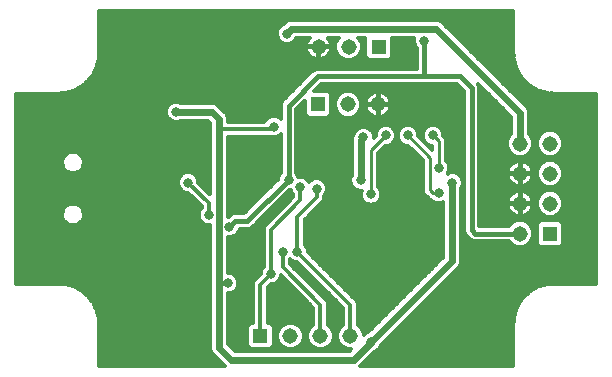
<source format=gbl>
G75*
G70*
%OFA0B0*%
%FSLAX24Y24*%
%IPPOS*%
%LPD*%
%AMOC8*
5,1,8,0,0,1.08239X$1,22.5*
%
%ADD10R,0.0515X0.0515*%
%ADD11C,0.0515*%
%ADD12C,0.0320*%
%ADD13C,0.0240*%
%ADD14C,0.0160*%
%ADD15C,0.0120*%
%ADD16C,0.0100*%
D10*
X011461Y004598D03*
X021115Y008019D03*
X013381Y012324D03*
X015399Y014243D03*
D11*
X014399Y014243D03*
X013399Y014243D03*
X014381Y012324D03*
X015381Y012324D03*
X020115Y011019D03*
X021115Y011019D03*
X021115Y010019D03*
X020115Y010019D03*
X020115Y009019D03*
X021115Y009019D03*
X020115Y008019D03*
X014461Y004598D03*
X013461Y004598D03*
X012461Y004598D03*
D12*
X010822Y006271D03*
X010379Y006369D03*
X011806Y006665D03*
X012200Y007403D03*
X012692Y007403D03*
X010773Y007993D03*
X010428Y008240D03*
X009739Y008633D03*
X009050Y009716D03*
X009247Y010208D03*
X010526Y010651D03*
X011461Y011045D03*
X011904Y011045D03*
X011904Y011586D03*
X011363Y011832D03*
X012889Y011488D03*
X013922Y011930D03*
X014893Y011228D03*
X015637Y011291D03*
X016030Y010995D03*
X016375Y011291D03*
X017211Y011291D03*
X017859Y011586D03*
X017851Y012713D03*
X019869Y013008D03*
X022436Y012472D03*
X019680Y015228D03*
X016924Y014440D03*
X012889Y013456D03*
X012347Y014686D03*
X008656Y012078D03*
X007377Y011291D03*
X007918Y010749D03*
X005408Y009175D03*
X005802Y008486D03*
X006442Y008486D03*
X007082Y008486D03*
X007377Y008929D03*
X008066Y006812D03*
X008017Y005533D03*
X008017Y004499D03*
X006294Y003810D03*
X003538Y006566D03*
X012397Y009814D03*
X012790Y009568D03*
X013332Y009519D03*
X014800Y009790D03*
X015145Y009322D03*
X016030Y009120D03*
X017408Y009371D03*
X017859Y009716D03*
X017408Y010203D03*
X022436Y006566D03*
X019680Y003810D03*
X015152Y004401D03*
X003538Y012472D03*
X006688Y014391D03*
X007721Y013702D03*
X007721Y015080D03*
X006294Y015228D03*
D13*
X008656Y012078D02*
X009837Y012078D01*
X010084Y011832D01*
X010084Y011684D01*
X010084Y006369D01*
X010084Y004204D01*
X010477Y003810D01*
X014562Y003810D01*
X015152Y004401D01*
X017859Y007108D01*
X017859Y009716D01*
X020115Y011019D02*
X020115Y012037D01*
X017318Y014834D01*
X012495Y014834D01*
X012347Y014686D01*
X014893Y011228D02*
X014800Y011135D01*
X014800Y009790D01*
D14*
X012397Y009814D02*
X011019Y008436D01*
X010625Y008436D01*
X010428Y008240D01*
X012397Y009814D02*
X012397Y012275D01*
X013381Y013259D01*
X016924Y013259D01*
X016924Y014440D01*
X016924Y013259D02*
X018105Y013259D01*
X018499Y012866D01*
X018499Y008141D01*
X018621Y008019D01*
X020115Y008019D01*
X010379Y006369D02*
X010084Y006369D01*
D15*
X006080Y004924D02*
X006080Y003597D01*
X010267Y003597D01*
X009829Y004034D01*
X009784Y004144D01*
X009784Y004264D01*
X009784Y006310D01*
X009784Y008293D01*
X009671Y008293D01*
X009546Y008345D01*
X009451Y008441D01*
X009399Y008566D01*
X009399Y008701D01*
X009451Y008826D01*
X009499Y008874D01*
X009499Y008927D01*
X009051Y009376D01*
X008982Y009376D01*
X008857Y009428D01*
X008762Y009523D01*
X008710Y009648D01*
X008710Y009784D01*
X008762Y009908D01*
X008857Y010004D01*
X008982Y010056D01*
X009118Y010056D01*
X009243Y010004D01*
X009338Y009908D01*
X009390Y009784D01*
X009390Y009715D01*
X009784Y009322D01*
X009784Y011625D01*
X009784Y011708D01*
X009713Y011778D01*
X008821Y011778D01*
X008724Y011738D01*
X008589Y011738D01*
X008464Y011790D01*
X008368Y011886D01*
X008316Y012010D01*
X008316Y012146D01*
X008368Y012271D01*
X008464Y012366D01*
X008589Y012418D01*
X008724Y012418D01*
X008821Y012378D01*
X009897Y012378D01*
X010007Y012332D01*
X010092Y012248D01*
X010338Y012002D01*
X010384Y011892D01*
X010384Y011772D01*
X010384Y011728D01*
X011595Y011728D01*
X011616Y011779D01*
X011712Y011874D01*
X011837Y011926D01*
X011972Y011926D01*
X012097Y011874D01*
X012137Y011835D01*
X012137Y012223D01*
X012137Y012327D01*
X012176Y012422D01*
X013160Y013406D01*
X013234Y013480D01*
X013329Y013519D01*
X016664Y013519D01*
X016664Y014219D01*
X016636Y014248D01*
X016584Y014373D01*
X016584Y014508D01*
X016595Y014534D01*
X015836Y014534D01*
X015836Y013911D01*
X015731Y013806D01*
X015066Y013806D01*
X014961Y013911D01*
X014961Y014534D01*
X014727Y014534D01*
X014769Y014491D01*
X014836Y014330D01*
X014836Y014156D01*
X014769Y013996D01*
X014646Y013873D01*
X014486Y013806D01*
X014311Y013806D01*
X014151Y013873D01*
X014028Y013996D01*
X013961Y014156D01*
X013961Y014330D01*
X014028Y014491D01*
X014070Y014534D01*
X013698Y014534D01*
X013717Y014515D01*
X013756Y014462D01*
X013785Y014404D01*
X013806Y014341D01*
X013816Y014276D01*
X013816Y014262D01*
X013417Y014262D01*
X013417Y014225D01*
X013816Y014225D01*
X013816Y014211D01*
X013806Y014146D01*
X013785Y014083D01*
X013756Y014025D01*
X013717Y013971D01*
X013670Y013925D01*
X013617Y013886D01*
X013559Y013857D01*
X013496Y013836D01*
X013431Y013826D01*
X013417Y013826D01*
X013417Y014224D01*
X013380Y014224D01*
X013380Y013826D01*
X013366Y013826D01*
X013301Y013836D01*
X013238Y013857D01*
X013180Y013886D01*
X013127Y013925D01*
X013080Y013971D01*
X013041Y014025D01*
X013012Y014083D01*
X012991Y014146D01*
X012981Y014211D01*
X012981Y014225D01*
X013379Y014225D01*
X013379Y014262D01*
X012981Y014262D01*
X012981Y014276D01*
X012991Y014341D01*
X013012Y014404D01*
X013041Y014462D01*
X013080Y014515D01*
X013099Y014534D01*
X012652Y014534D01*
X012636Y014494D01*
X012540Y014398D01*
X012415Y014346D01*
X012280Y014346D01*
X012155Y014398D01*
X012059Y014494D01*
X012007Y014619D01*
X012007Y014754D01*
X012059Y014879D01*
X012155Y014975D01*
X012251Y015015D01*
X012325Y015088D01*
X012435Y015134D01*
X012555Y015134D01*
X017377Y015134D01*
X017488Y015088D01*
X017572Y015004D01*
X020369Y012207D01*
X020415Y012096D01*
X020415Y011977D01*
X020415Y011338D01*
X020486Y011267D01*
X020552Y011106D01*
X020552Y010932D01*
X020486Y010771D01*
X020363Y010648D01*
X020202Y010582D01*
X020028Y010582D01*
X019867Y010648D01*
X019744Y010771D01*
X019678Y010932D01*
X019678Y011106D01*
X019744Y011267D01*
X019815Y011338D01*
X019815Y011912D01*
X018722Y013005D01*
X018759Y012917D01*
X018759Y012814D01*
X018759Y008279D01*
X019756Y008279D01*
X019867Y008390D01*
X020028Y008456D01*
X020202Y008456D01*
X020363Y008390D01*
X020486Y008267D01*
X020552Y008106D01*
X020552Y007932D01*
X020486Y007771D01*
X020363Y007648D01*
X020202Y007582D01*
X020028Y007582D01*
X019867Y007648D01*
X019756Y007759D01*
X018673Y007759D01*
X018569Y007759D01*
X018474Y007799D01*
X018352Y007921D01*
X018278Y007994D01*
X018239Y008089D01*
X018239Y012758D01*
X017997Y012999D01*
X016976Y012999D01*
X013488Y012999D01*
X013251Y012762D01*
X013713Y012762D01*
X013818Y012656D01*
X013818Y011992D01*
X013713Y011887D01*
X013049Y011887D01*
X012943Y011992D01*
X012943Y012454D01*
X012656Y012167D01*
X012656Y010035D01*
X012685Y010007D01*
X012726Y009908D01*
X012858Y009908D01*
X012983Y009856D01*
X013078Y009761D01*
X013083Y009751D01*
X013139Y009807D01*
X013264Y009859D01*
X013399Y009859D01*
X013524Y009807D01*
X013620Y009712D01*
X013672Y009587D01*
X013672Y009451D01*
X013620Y009326D01*
X013572Y009278D01*
X013572Y009271D01*
X013572Y009176D01*
X013535Y009088D01*
X012932Y008485D01*
X012932Y007644D01*
X012980Y007595D01*
X013032Y007471D01*
X013032Y007402D01*
X014665Y005769D01*
X014701Y005681D01*
X014701Y005585D01*
X014701Y004972D01*
X014709Y004969D01*
X014832Y004846D01*
X014899Y004685D01*
X014899Y004628D01*
X014960Y004689D01*
X015056Y004729D01*
X017559Y007232D01*
X017559Y009066D01*
X017476Y009031D01*
X017341Y009031D01*
X017216Y009083D01*
X017158Y009141D01*
X017116Y009141D01*
X017018Y009240D01*
X016883Y009375D01*
X016883Y010457D01*
X016390Y010951D01*
X016307Y010951D01*
X016182Y011002D01*
X016087Y011098D01*
X016035Y011223D01*
X016035Y011358D01*
X016087Y011483D01*
X016182Y011579D01*
X016307Y011631D01*
X016443Y011631D01*
X016567Y011579D01*
X016663Y011483D01*
X016715Y011358D01*
X016715Y011276D01*
X017178Y010812D01*
X017178Y010951D01*
X017144Y010951D01*
X017019Y011002D01*
X016923Y011098D01*
X016871Y011223D01*
X016871Y011358D01*
X016923Y011483D01*
X017019Y011579D01*
X017144Y011631D01*
X017279Y011631D01*
X017404Y011579D01*
X017500Y011483D01*
X017551Y011358D01*
X017551Y011276D01*
X017638Y011189D01*
X017638Y010999D01*
X017638Y010454D01*
X017697Y010396D01*
X017748Y010271D01*
X017748Y010136D01*
X017699Y010018D01*
X017791Y010056D01*
X017927Y010056D01*
X018052Y010004D01*
X018147Y009908D01*
X018199Y009784D01*
X018199Y009648D01*
X018159Y009552D01*
X018159Y007167D01*
X018159Y007048D01*
X018113Y006938D01*
X015481Y004305D01*
X015441Y004208D01*
X015345Y004113D01*
X015248Y004073D01*
X014816Y003640D01*
X014772Y003597D01*
X019894Y003597D01*
X019894Y004924D01*
X019889Y004930D01*
X019894Y004998D01*
X019894Y005066D01*
X019899Y005071D01*
X019902Y005113D01*
X019894Y005125D01*
X019907Y005185D01*
X019911Y005247D01*
X019923Y005256D01*
X019933Y005304D01*
X019927Y005317D01*
X019948Y005375D01*
X019961Y005435D01*
X019974Y005443D01*
X019991Y005489D01*
X019987Y005503D01*
X020016Y005557D01*
X020038Y005615D01*
X020051Y005621D01*
X020074Y005664D01*
X020072Y005678D01*
X020109Y005728D01*
X020139Y005782D01*
X020153Y005786D01*
X020182Y005825D01*
X020182Y005839D01*
X020226Y005883D01*
X020263Y005932D01*
X020277Y005935D01*
X020312Y005969D01*
X020314Y005983D01*
X020363Y006020D01*
X020407Y006064D01*
X020421Y006064D01*
X020460Y006093D01*
X020465Y006107D01*
X020519Y006137D01*
X020568Y006174D01*
X020583Y006172D01*
X020625Y006195D01*
X020631Y006208D01*
X020689Y006230D01*
X020743Y006260D01*
X020757Y006255D01*
X020803Y006272D01*
X020811Y006285D01*
X020871Y006298D01*
X020929Y006319D01*
X020942Y006313D01*
X020990Y006324D01*
X021000Y006335D01*
X021061Y006339D01*
X021121Y006352D01*
X021134Y006344D01*
X021175Y006347D01*
X021180Y006353D01*
X021249Y006353D01*
X021316Y006357D01*
X021322Y006353D01*
X022650Y006353D01*
X022650Y012686D01*
X021322Y012686D01*
X021316Y012681D01*
X021249Y012686D01*
X021180Y012686D01*
X021175Y012691D01*
X021134Y012694D01*
X021121Y012686D01*
X021061Y012699D01*
X021000Y012703D01*
X020990Y012714D01*
X020942Y012725D01*
X020929Y012719D01*
X020871Y012740D01*
X020811Y012753D01*
X020803Y012766D01*
X020757Y012783D01*
X020743Y012779D01*
X020689Y012808D01*
X020631Y012830D01*
X020625Y012843D01*
X020583Y012866D01*
X020568Y012864D01*
X020519Y012901D01*
X020465Y012931D01*
X020460Y012945D01*
X020421Y012974D01*
X020407Y012974D01*
X020363Y013018D01*
X020314Y013055D01*
X020312Y013069D01*
X020277Y013104D01*
X020263Y013106D01*
X020226Y013155D01*
X020182Y013199D01*
X020182Y013213D01*
X020153Y013252D01*
X020139Y013256D01*
X020109Y013311D01*
X020072Y013360D01*
X020074Y013374D01*
X019202Y013374D01*
X019320Y013256D02*
X020141Y013256D01*
X020074Y013374D02*
X020051Y013417D01*
X020038Y013423D01*
X020016Y013481D01*
X019987Y013535D01*
X019991Y013549D01*
X019974Y013595D01*
X019961Y013603D01*
X019948Y013663D01*
X019927Y013721D01*
X019933Y013734D01*
X019923Y013782D01*
X019911Y013791D01*
X019907Y013853D01*
X019894Y013913D01*
X019902Y013925D01*
X019899Y013967D01*
X019894Y013972D01*
X019894Y014040D01*
X019889Y014108D01*
X019894Y014114D01*
X019894Y015441D01*
X006080Y015441D01*
X006080Y014114D01*
X006085Y014108D01*
X006080Y014040D01*
X006080Y013972D01*
X006075Y013967D01*
X006072Y013925D01*
X006080Y013913D01*
X006067Y013853D01*
X006063Y013791D01*
X006052Y013782D01*
X006041Y013734D01*
X006047Y013721D01*
X006026Y013663D01*
X006013Y013603D01*
X006000Y013595D01*
X005983Y013549D01*
X005987Y013535D01*
X005958Y013481D01*
X005936Y013423D01*
X005923Y013417D01*
X005900Y013374D01*
X013128Y013374D01*
X013010Y013256D02*
X005833Y013256D01*
X005835Y013256D02*
X005865Y013310D01*
X005902Y013360D01*
X005900Y013374D01*
X005835Y013256D02*
X005821Y013252D01*
X005792Y013213D01*
X005792Y013199D01*
X005748Y013155D01*
X005711Y013106D01*
X005697Y013104D01*
X005662Y013069D01*
X005660Y013055D01*
X005611Y013018D01*
X005567Y012974D01*
X005553Y012974D01*
X005514Y012945D01*
X005510Y012931D01*
X005455Y012901D01*
X005406Y012864D01*
X005392Y012866D01*
X005349Y012843D01*
X005343Y012830D01*
X005285Y012808D01*
X005231Y012779D01*
X005217Y012783D01*
X005171Y012766D01*
X005163Y012753D01*
X005103Y012740D01*
X005045Y012719D01*
X005032Y012725D01*
X004984Y012714D01*
X004975Y012703D01*
X004913Y012699D01*
X004853Y012686D01*
X004841Y012694D01*
X004799Y012691D01*
X004794Y012686D01*
X004726Y012686D01*
X004658Y012681D01*
X004652Y012686D01*
X003325Y012686D01*
X003325Y006353D01*
X004652Y006353D01*
X004658Y006357D01*
X004726Y006353D01*
X004794Y006353D01*
X004799Y006347D01*
X004841Y006344D01*
X004853Y006352D01*
X004913Y006339D01*
X004975Y006335D01*
X004984Y006324D01*
X005032Y006313D01*
X005045Y006319D01*
X005103Y006298D01*
X005163Y006285D01*
X005171Y006272D01*
X005217Y006255D01*
X005231Y006260D01*
X005285Y006230D01*
X005343Y006208D01*
X005349Y006195D01*
X005392Y006172D01*
X005406Y006174D01*
X005455Y006137D01*
X005510Y006107D01*
X005514Y006093D01*
X005553Y006064D01*
X005567Y006064D01*
X005611Y006020D01*
X005660Y005983D01*
X005662Y005969D01*
X005697Y005935D01*
X005711Y005932D01*
X005748Y005883D01*
X005792Y005839D01*
X005792Y005825D01*
X005821Y005786D01*
X005835Y005782D01*
X005865Y005728D01*
X005902Y005678D01*
X005900Y005664D01*
X005923Y005621D01*
X005936Y005615D01*
X005958Y005557D01*
X005987Y005503D01*
X005983Y005489D01*
X006000Y005443D01*
X006013Y005435D01*
X006026Y005375D01*
X006047Y005317D01*
X006041Y005304D01*
X006052Y005256D01*
X006063Y005247D01*
X006067Y005185D01*
X006080Y005125D01*
X006072Y005113D01*
X006075Y005071D01*
X006080Y005066D01*
X006080Y004998D01*
X006085Y004930D01*
X006080Y004924D01*
X006083Y004958D02*
X009784Y004958D01*
X009784Y005076D02*
X006075Y005076D01*
X006066Y005195D02*
X009784Y005195D01*
X009784Y005313D02*
X006045Y005313D01*
X006013Y005432D02*
X009784Y005432D01*
X009784Y005550D02*
X005961Y005550D01*
X005900Y005669D02*
X009784Y005669D01*
X009784Y005788D02*
X005820Y005788D01*
X005731Y005906D02*
X009784Y005906D01*
X009784Y006025D02*
X005607Y006025D01*
X005447Y006143D02*
X009784Y006143D01*
X009784Y006262D02*
X005200Y006262D01*
X003325Y006380D02*
X009784Y006380D01*
X009784Y006499D02*
X003325Y006499D01*
X003325Y006617D02*
X009784Y006617D01*
X009784Y006736D02*
X003325Y006736D01*
X003325Y006854D02*
X009784Y006854D01*
X009784Y006973D02*
X003325Y006973D01*
X003325Y007092D02*
X009784Y007092D01*
X009784Y007210D02*
X003325Y007210D01*
X003325Y007329D02*
X009784Y007329D01*
X009784Y007447D02*
X003325Y007447D01*
X003325Y007566D02*
X009784Y007566D01*
X009784Y007684D02*
X003325Y007684D01*
X003325Y007803D02*
X009784Y007803D01*
X009784Y007921D02*
X003325Y007921D01*
X003325Y008040D02*
X009784Y008040D01*
X009784Y008158D02*
X003325Y008158D01*
X003325Y008277D02*
X009784Y008277D01*
X009496Y008396D02*
X005459Y008396D01*
X005414Y008350D02*
X005514Y008451D01*
X005569Y008582D01*
X005569Y008724D01*
X005514Y008855D01*
X005414Y008956D01*
X005283Y009010D01*
X005140Y009010D01*
X005009Y008956D01*
X004909Y008855D01*
X004854Y008724D01*
X004854Y008582D01*
X004909Y008451D01*
X005009Y008350D01*
X005140Y008296D01*
X005283Y008296D01*
X005414Y008350D01*
X005541Y008514D02*
X009420Y008514D01*
X009399Y008633D02*
X005569Y008633D01*
X005557Y008751D02*
X009420Y008751D01*
X009495Y008870D02*
X005500Y008870D01*
X005335Y008988D02*
X009438Y008988D01*
X009320Y009107D02*
X003325Y009107D01*
X003325Y009225D02*
X009201Y009225D01*
X009083Y009344D02*
X003325Y009344D01*
X003325Y009462D02*
X008823Y009462D01*
X008738Y009581D02*
X003325Y009581D01*
X003325Y009699D02*
X008710Y009699D01*
X008724Y009818D02*
X003325Y009818D01*
X003325Y009937D02*
X008790Y009937D01*
X008981Y010055D02*
X005348Y010055D01*
X005283Y010028D02*
X005414Y010082D01*
X005514Y010183D01*
X005569Y010314D01*
X005569Y010456D01*
X005514Y010587D01*
X005414Y010688D01*
X005283Y010742D01*
X005140Y010742D01*
X005009Y010688D01*
X004909Y010587D01*
X004854Y010456D01*
X004854Y010314D01*
X004909Y010183D01*
X005009Y010082D01*
X005140Y010028D01*
X005283Y010028D01*
X005075Y010055D02*
X003325Y010055D01*
X003325Y010174D02*
X004918Y010174D01*
X004863Y010292D02*
X003325Y010292D01*
X003325Y010411D02*
X004854Y010411D01*
X004885Y010529D02*
X003325Y010529D01*
X003325Y010648D02*
X004969Y010648D01*
X005454Y010648D02*
X009784Y010648D01*
X009784Y010766D02*
X003325Y010766D01*
X003325Y010885D02*
X009784Y010885D01*
X009784Y011003D02*
X003325Y011003D01*
X003325Y011122D02*
X009784Y011122D01*
X009784Y011241D02*
X003325Y011241D01*
X003325Y011359D02*
X009784Y011359D01*
X009784Y011478D02*
X003325Y011478D01*
X003325Y011596D02*
X009784Y011596D01*
X009777Y011715D02*
X003325Y011715D01*
X003325Y011833D02*
X008420Y011833D01*
X008341Y011952D02*
X003325Y011952D01*
X003325Y012070D02*
X008316Y012070D01*
X008334Y012189D02*
X003325Y012189D01*
X003325Y012307D02*
X008405Y012307D01*
X010032Y012307D02*
X012137Y012307D01*
X012137Y012189D02*
X010151Y012189D01*
X010269Y012070D02*
X012137Y012070D01*
X012137Y011952D02*
X010359Y011952D01*
X010384Y011833D02*
X011671Y011833D01*
X011904Y011586D02*
X011806Y011488D01*
X010084Y011488D01*
X010084Y011684D01*
X010384Y011248D02*
X011758Y011248D01*
X011833Y011248D01*
X011837Y011246D01*
X011972Y011246D01*
X012097Y011298D01*
X012137Y011337D01*
X012137Y010035D01*
X012108Y010007D01*
X012057Y009882D01*
X012057Y009842D01*
X010911Y008696D01*
X010573Y008696D01*
X010478Y008657D01*
X010404Y008584D01*
X010404Y008584D01*
X010400Y008579D01*
X010384Y008579D01*
X010384Y011248D01*
X010384Y011241D02*
X012137Y011241D01*
X012137Y011122D02*
X010384Y011122D01*
X010384Y011003D02*
X012137Y011003D01*
X012137Y010885D02*
X010384Y010885D01*
X010384Y010766D02*
X012137Y010766D01*
X012137Y010648D02*
X010384Y010648D01*
X010384Y010529D02*
X012137Y010529D01*
X012137Y010411D02*
X010384Y010411D01*
X010384Y010292D02*
X012137Y010292D01*
X012137Y010174D02*
X010384Y010174D01*
X010384Y010055D02*
X012137Y010055D01*
X012079Y009937D02*
X010384Y009937D01*
X010384Y009818D02*
X012033Y009818D01*
X011914Y009699D02*
X010384Y009699D01*
X010384Y009581D02*
X011796Y009581D01*
X011677Y009462D02*
X010384Y009462D01*
X010384Y009344D02*
X011558Y009344D01*
X011440Y009225D02*
X010384Y009225D01*
X010384Y009107D02*
X011321Y009107D01*
X011203Y008988D02*
X010384Y008988D01*
X010384Y008870D02*
X011084Y008870D01*
X010966Y008751D02*
X010384Y008751D01*
X010384Y008633D02*
X010453Y008633D01*
X010768Y008176D02*
X010967Y008176D01*
X011070Y008176D01*
X011166Y008216D01*
X012424Y009474D01*
X012461Y009474D01*
X012502Y009376D01*
X012550Y009327D01*
X012550Y009225D01*
X011603Y008277D01*
X011227Y008277D01*
X011345Y008396D02*
X011721Y008396D01*
X011840Y008514D02*
X011464Y008514D01*
X011582Y008633D02*
X011958Y008633D01*
X012077Y008751D02*
X011701Y008751D01*
X011820Y008870D02*
X012195Y008870D01*
X012314Y008988D02*
X011938Y008988D01*
X012057Y009107D02*
X012432Y009107D01*
X012550Y009225D02*
X012175Y009225D01*
X012294Y009344D02*
X012534Y009344D01*
X012466Y009462D02*
X012412Y009462D01*
X012790Y009568D02*
X012790Y009125D01*
X011806Y008141D01*
X011806Y006665D01*
X011461Y006320D01*
X011461Y004598D01*
X011024Y004602D02*
X010384Y004602D01*
X010384Y004484D02*
X011024Y004484D01*
X011024Y004365D02*
X010384Y004365D01*
X010384Y004328D02*
X010384Y006029D01*
X010446Y006029D01*
X010571Y006081D01*
X010667Y006177D01*
X010719Y006302D01*
X010719Y006437D01*
X010667Y006562D01*
X010571Y006658D01*
X010446Y006709D01*
X010384Y006709D01*
X010384Y007900D01*
X010496Y007900D01*
X010621Y007951D01*
X010716Y008047D01*
X010768Y008172D01*
X010768Y008176D01*
X010762Y008158D02*
X011566Y008158D01*
X011566Y008189D02*
X011566Y008093D01*
X011566Y006906D01*
X011518Y006857D01*
X011466Y006732D01*
X011466Y006664D01*
X011258Y006456D01*
X011221Y006368D01*
X011221Y006272D01*
X011221Y005035D01*
X011129Y005035D01*
X011024Y004930D01*
X011024Y004266D01*
X011129Y004160D01*
X011794Y004160D01*
X011899Y004266D01*
X011899Y004930D01*
X011794Y005035D01*
X011701Y005035D01*
X011701Y006221D01*
X011805Y006325D01*
X011874Y006325D01*
X011999Y006376D01*
X012094Y006472D01*
X012146Y006597D01*
X012146Y006625D01*
X013221Y005550D01*
X011701Y005550D01*
X011701Y005432D02*
X013221Y005432D01*
X013221Y005550D02*
X013221Y004972D01*
X013214Y004969D01*
X013091Y004846D01*
X013024Y004685D01*
X013024Y004511D01*
X013091Y004350D01*
X013214Y004227D01*
X013374Y004160D01*
X013549Y004160D01*
X013709Y004227D01*
X013832Y004350D01*
X013899Y004511D01*
X013899Y004685D01*
X013832Y004846D01*
X013709Y004969D01*
X013701Y004972D01*
X013701Y005601D01*
X013701Y005697D01*
X013665Y005785D01*
X012440Y007010D01*
X012440Y007162D01*
X012446Y007168D01*
X012499Y007115D01*
X012624Y007063D01*
X012692Y007063D01*
X014221Y005534D01*
X014221Y004972D01*
X014214Y004969D01*
X014091Y004846D01*
X014024Y004685D01*
X014024Y004511D01*
X014091Y004350D01*
X014214Y004227D01*
X014374Y004160D01*
X014488Y004160D01*
X014438Y004110D01*
X010601Y004110D01*
X010384Y004328D01*
X010465Y004246D02*
X011043Y004246D01*
X010584Y004128D02*
X014455Y004128D01*
X014194Y004246D02*
X013729Y004246D01*
X013839Y004365D02*
X014084Y004365D01*
X014035Y004484D02*
X013888Y004484D01*
X013899Y004602D02*
X014024Y004602D01*
X014039Y004721D02*
X013884Y004721D01*
X013835Y004839D02*
X014088Y004839D01*
X014203Y004958D02*
X013720Y004958D01*
X013701Y005076D02*
X014221Y005076D01*
X014221Y005195D02*
X013701Y005195D01*
X013701Y005313D02*
X014221Y005313D01*
X014221Y005432D02*
X013701Y005432D01*
X013701Y005550D02*
X014205Y005550D01*
X014086Y005669D02*
X013701Y005669D01*
X013662Y005788D02*
X013968Y005788D01*
X013849Y005906D02*
X013544Y005906D01*
X013425Y006025D02*
X013731Y006025D01*
X013612Y006143D02*
X013307Y006143D01*
X013188Y006262D02*
X013494Y006262D01*
X013375Y006380D02*
X013070Y006380D01*
X012951Y006499D02*
X013256Y006499D01*
X013138Y006617D02*
X012832Y006617D01*
X012714Y006736D02*
X013019Y006736D01*
X012901Y006854D02*
X012595Y006854D01*
X012477Y006973D02*
X012782Y006973D01*
X012555Y007092D02*
X012440Y007092D01*
X012200Y006911D02*
X013461Y005649D01*
X013461Y004598D01*
X013024Y004602D02*
X012899Y004602D01*
X012899Y004685D02*
X012832Y004846D01*
X012709Y004969D01*
X012549Y005035D01*
X012374Y005035D01*
X012214Y004969D01*
X012091Y004846D01*
X012024Y004685D01*
X012024Y004511D01*
X012091Y004350D01*
X012214Y004227D01*
X012374Y004160D01*
X012549Y004160D01*
X012709Y004227D01*
X012832Y004350D01*
X012899Y004511D01*
X012899Y004685D01*
X012884Y004721D02*
X013039Y004721D01*
X013088Y004839D02*
X012835Y004839D01*
X012720Y004958D02*
X013203Y004958D01*
X013221Y005076D02*
X011701Y005076D01*
X011701Y005195D02*
X013221Y005195D01*
X013221Y005313D02*
X011701Y005313D01*
X011221Y005313D02*
X010384Y005313D01*
X010384Y005195D02*
X011221Y005195D01*
X011221Y005076D02*
X010384Y005076D01*
X010384Y004958D02*
X011052Y004958D01*
X011024Y004839D02*
X010384Y004839D01*
X010384Y004721D02*
X011024Y004721D01*
X011899Y004721D02*
X012039Y004721D01*
X012024Y004602D02*
X011899Y004602D01*
X011899Y004484D02*
X012035Y004484D01*
X012084Y004365D02*
X011899Y004365D01*
X011880Y004246D02*
X012194Y004246D01*
X012729Y004246D02*
X013194Y004246D01*
X013084Y004365D02*
X012839Y004365D01*
X012888Y004484D02*
X013035Y004484D01*
X012203Y004958D02*
X011871Y004958D01*
X011899Y004839D02*
X012088Y004839D01*
X011221Y005432D02*
X010384Y005432D01*
X010384Y005550D02*
X011221Y005550D01*
X011221Y005669D02*
X010384Y005669D01*
X010384Y005788D02*
X011221Y005788D01*
X011221Y005906D02*
X010384Y005906D01*
X010384Y006025D02*
X011221Y006025D01*
X011221Y006143D02*
X010633Y006143D01*
X010702Y006262D02*
X011221Y006262D01*
X011227Y006380D02*
X010719Y006380D01*
X010693Y006499D02*
X011301Y006499D01*
X011419Y006617D02*
X010612Y006617D01*
X010384Y006736D02*
X011467Y006736D01*
X011517Y006854D02*
X010384Y006854D01*
X010384Y006973D02*
X011566Y006973D01*
X011566Y007092D02*
X010384Y007092D01*
X010384Y007210D02*
X011566Y007210D01*
X011566Y007329D02*
X010384Y007329D01*
X010384Y007447D02*
X011566Y007447D01*
X011566Y007566D02*
X010384Y007566D01*
X010384Y007684D02*
X011566Y007684D01*
X011566Y007803D02*
X010384Y007803D01*
X010548Y007921D02*
X011566Y007921D01*
X011566Y008040D02*
X010709Y008040D01*
X011566Y008189D02*
X011603Y008277D01*
X012200Y007403D02*
X012200Y006911D01*
X012154Y006617D02*
X012146Y006617D01*
X012105Y006499D02*
X012272Y006499D01*
X012391Y006380D02*
X012002Y006380D01*
X011742Y006262D02*
X012509Y006262D01*
X012628Y006143D02*
X011701Y006143D01*
X011701Y006025D02*
X012746Y006025D01*
X012865Y005906D02*
X011701Y005906D01*
X011701Y005788D02*
X012983Y005788D01*
X013102Y005669D02*
X011701Y005669D01*
X009784Y004839D02*
X006080Y004839D01*
X006080Y004721D02*
X009784Y004721D01*
X009784Y004602D02*
X006080Y004602D01*
X006080Y004484D02*
X009784Y004484D01*
X009784Y004365D02*
X006080Y004365D01*
X006080Y004246D02*
X009784Y004246D01*
X009790Y004128D02*
X006080Y004128D01*
X006080Y004009D02*
X009854Y004009D01*
X009972Y003891D02*
X006080Y003891D01*
X006080Y003772D02*
X010091Y003772D01*
X010210Y003654D02*
X006080Y003654D01*
X012692Y007403D02*
X012692Y008584D01*
X013332Y009224D01*
X013332Y009519D01*
X013627Y009344D02*
X014805Y009344D01*
X014805Y009390D02*
X014805Y009255D01*
X014856Y009130D01*
X014952Y009034D01*
X015077Y008982D01*
X015212Y008982D01*
X015337Y009034D01*
X015433Y009130D01*
X015485Y009255D01*
X015485Y009390D01*
X015433Y009515D01*
X015375Y009573D01*
X015375Y010703D01*
X015622Y010951D01*
X015704Y010951D01*
X015829Y011002D01*
X015925Y011098D01*
X015977Y011223D01*
X015977Y011358D01*
X015925Y011483D01*
X015829Y011579D01*
X015704Y011631D01*
X015569Y011631D01*
X015444Y011579D01*
X015348Y011483D01*
X015297Y011358D01*
X015297Y011276D01*
X015233Y011212D01*
X015233Y011296D01*
X015181Y011421D01*
X015086Y011516D01*
X014961Y011568D01*
X014825Y011568D01*
X014700Y011516D01*
X014605Y011421D01*
X014565Y011324D01*
X014546Y011305D01*
X014546Y011305D01*
X014546Y011305D01*
X014537Y011285D01*
X014500Y011195D01*
X014500Y011195D01*
X014500Y011075D01*
X014500Y009954D01*
X014460Y009857D01*
X014460Y009722D01*
X014512Y009597D01*
X014607Y009501D01*
X014732Y009450D01*
X014829Y009450D01*
X014805Y009390D01*
X014702Y009462D02*
X013672Y009462D01*
X013672Y009581D02*
X014528Y009581D01*
X014469Y009699D02*
X013625Y009699D01*
X013498Y009818D02*
X014460Y009818D01*
X014493Y009937D02*
X012714Y009937D01*
X012656Y010055D02*
X014500Y010055D01*
X014500Y010174D02*
X012656Y010174D01*
X012656Y010292D02*
X014500Y010292D01*
X014500Y010411D02*
X012656Y010411D01*
X012656Y010529D02*
X014500Y010529D01*
X014500Y010648D02*
X012656Y010648D01*
X012656Y010766D02*
X014500Y010766D01*
X014500Y010885D02*
X012656Y010885D01*
X012656Y011003D02*
X014500Y011003D01*
X014500Y011122D02*
X012656Y011122D01*
X012656Y011241D02*
X014519Y011241D01*
X014579Y011359D02*
X012656Y011359D01*
X012656Y011478D02*
X014662Y011478D01*
X014468Y011887D02*
X014294Y011887D01*
X014133Y011953D01*
X014010Y012076D01*
X013943Y012237D01*
X013943Y012411D01*
X014010Y012572D01*
X014133Y012695D01*
X014294Y012762D01*
X014468Y012762D01*
X014629Y012695D01*
X014752Y012572D01*
X014818Y012411D01*
X014818Y012237D01*
X014752Y012076D01*
X014629Y011953D01*
X014468Y011887D01*
X014625Y011952D02*
X015192Y011952D01*
X015221Y011937D02*
X015283Y011917D01*
X015348Y011907D01*
X015362Y011907D01*
X015362Y012305D01*
X015400Y012305D01*
X015400Y012343D01*
X015798Y012343D01*
X015798Y012357D01*
X015788Y012422D01*
X015768Y012484D01*
X015738Y012543D01*
X015699Y012596D01*
X015653Y012643D01*
X015600Y012681D01*
X015541Y012711D01*
X015479Y012731D01*
X015414Y012742D01*
X015400Y012742D01*
X015400Y012343D01*
X015362Y012343D01*
X015362Y012742D01*
X015348Y012742D01*
X015283Y012731D01*
X015221Y012711D01*
X015162Y012681D01*
X015109Y012643D01*
X015062Y012596D01*
X015024Y012543D01*
X014994Y012484D01*
X014974Y012422D01*
X014963Y012357D01*
X014963Y012343D01*
X015362Y012343D01*
X015362Y012305D01*
X014963Y012305D01*
X014963Y012291D01*
X014974Y012226D01*
X014994Y012164D01*
X015024Y012105D01*
X015062Y012052D01*
X015109Y012006D01*
X015162Y011967D01*
X015221Y011937D01*
X015362Y011952D02*
X015400Y011952D01*
X015400Y011907D02*
X015414Y011907D01*
X015479Y011917D01*
X015541Y011937D01*
X015600Y011967D01*
X015653Y012006D01*
X015699Y012052D01*
X015738Y012105D01*
X015768Y012164D01*
X015788Y012226D01*
X015798Y012291D01*
X015798Y012305D01*
X015400Y012305D01*
X015400Y011907D01*
X015400Y012070D02*
X015362Y012070D01*
X015362Y012189D02*
X015400Y012189D01*
X015400Y012307D02*
X018239Y012307D01*
X018239Y012189D02*
X015776Y012189D01*
X015712Y012070D02*
X018239Y012070D01*
X018239Y011952D02*
X015569Y011952D01*
X015049Y012070D02*
X014746Y012070D01*
X014798Y012189D02*
X014986Y012189D01*
X014818Y012307D02*
X015362Y012307D01*
X015362Y012426D02*
X015400Y012426D01*
X015400Y012545D02*
X015362Y012545D01*
X015362Y012663D02*
X015400Y012663D01*
X015625Y012663D02*
X018239Y012663D01*
X018239Y012545D02*
X015737Y012545D01*
X015787Y012426D02*
X018239Y012426D01*
X018215Y012782D02*
X013271Y012782D01*
X013389Y012900D02*
X018097Y012900D01*
X018759Y012900D02*
X018827Y012900D01*
X018759Y012782D02*
X018946Y012782D01*
X019064Y012663D02*
X018759Y012663D01*
X018759Y012545D02*
X019183Y012545D01*
X019302Y012426D02*
X018759Y012426D01*
X018759Y012307D02*
X019420Y012307D01*
X019539Y012189D02*
X018759Y012189D01*
X018759Y012070D02*
X019657Y012070D01*
X019776Y011952D02*
X018759Y011952D01*
X018759Y011833D02*
X019815Y011833D01*
X019815Y011715D02*
X018759Y011715D01*
X018759Y011596D02*
X019815Y011596D01*
X019815Y011478D02*
X018759Y011478D01*
X018759Y011359D02*
X019815Y011359D01*
X019733Y011241D02*
X018759Y011241D01*
X018759Y011122D02*
X019684Y011122D01*
X019678Y011003D02*
X018759Y011003D01*
X018759Y010885D02*
X019697Y010885D01*
X019749Y010766D02*
X018759Y010766D01*
X018759Y010648D02*
X019868Y010648D01*
X019955Y010406D02*
X019896Y010376D01*
X019843Y010337D01*
X019797Y010291D01*
X019758Y010238D01*
X019728Y010179D01*
X019708Y010117D01*
X019698Y010052D01*
X019698Y010038D01*
X020096Y010038D01*
X020096Y010000D01*
X019698Y010000D01*
X019698Y009986D01*
X019708Y009921D01*
X019728Y009859D01*
X019758Y009800D01*
X019797Y009747D01*
X019843Y009701D01*
X019896Y009662D01*
X019955Y009632D01*
X020017Y009612D01*
X020082Y009602D01*
X020096Y009602D01*
X020096Y010000D01*
X020134Y010000D01*
X020134Y010038D01*
X020532Y010038D01*
X020532Y010052D01*
X020522Y010117D01*
X020502Y010179D01*
X020472Y010238D01*
X020433Y010291D01*
X020387Y010337D01*
X020334Y010376D01*
X020275Y010406D01*
X020213Y010426D01*
X020148Y010436D01*
X020134Y010436D01*
X020134Y010038D01*
X020096Y010038D01*
X020096Y010436D01*
X020082Y010436D01*
X020017Y010426D01*
X019955Y010406D01*
X019970Y010411D02*
X018759Y010411D01*
X018759Y010529D02*
X022650Y010529D01*
X022650Y010411D02*
X021312Y010411D01*
X021363Y010390D02*
X021202Y010456D01*
X021028Y010456D01*
X020867Y010390D01*
X020744Y010267D01*
X020678Y010106D01*
X020678Y009932D01*
X020744Y009771D01*
X020867Y009648D01*
X021028Y009582D01*
X021202Y009582D01*
X021363Y009648D01*
X021486Y009771D01*
X021552Y009932D01*
X021552Y010106D01*
X021486Y010267D01*
X021363Y010390D01*
X021461Y010292D02*
X022650Y010292D01*
X022650Y010174D02*
X021524Y010174D01*
X021552Y010055D02*
X022650Y010055D01*
X022650Y009937D02*
X021552Y009937D01*
X021505Y009818D02*
X022650Y009818D01*
X022650Y009699D02*
X021414Y009699D01*
X021363Y009390D02*
X021202Y009456D01*
X021028Y009456D01*
X020867Y009390D01*
X020744Y009267D01*
X020678Y009106D01*
X020678Y008932D01*
X020744Y008771D01*
X020867Y008648D01*
X021028Y008582D01*
X021202Y008582D01*
X021363Y008648D01*
X021486Y008771D01*
X021552Y008932D01*
X021552Y009106D01*
X021486Y009267D01*
X021363Y009390D01*
X021409Y009344D02*
X022650Y009344D01*
X022650Y009462D02*
X018759Y009462D01*
X018759Y009344D02*
X019852Y009344D01*
X019843Y009337D02*
X019797Y009291D01*
X019758Y009238D01*
X019728Y009179D01*
X019708Y009117D01*
X019698Y009052D01*
X019698Y009038D01*
X020096Y009038D01*
X020096Y009000D01*
X019698Y009000D01*
X019698Y008986D01*
X019708Y008921D01*
X019728Y008859D01*
X019758Y008800D01*
X019797Y008747D01*
X019843Y008701D01*
X019896Y008662D01*
X019955Y008632D01*
X020017Y008612D01*
X020082Y008602D01*
X020096Y008602D01*
X020096Y009000D01*
X020134Y009000D01*
X020134Y009038D01*
X020532Y009038D01*
X020532Y009052D01*
X020522Y009117D01*
X020502Y009179D01*
X020472Y009238D01*
X020433Y009291D01*
X020387Y009337D01*
X020334Y009376D01*
X020275Y009406D01*
X020213Y009426D01*
X020148Y009436D01*
X020134Y009436D01*
X020134Y009038D01*
X020096Y009038D01*
X020096Y009436D01*
X020082Y009436D01*
X020017Y009426D01*
X019955Y009406D01*
X019896Y009376D01*
X019843Y009337D01*
X019752Y009225D02*
X018759Y009225D01*
X018759Y009107D02*
X019706Y009107D01*
X019698Y008988D02*
X018759Y008988D01*
X018759Y008870D02*
X019725Y008870D01*
X019794Y008751D02*
X018759Y008751D01*
X018759Y008633D02*
X019954Y008633D01*
X020096Y008633D02*
X020134Y008633D01*
X020134Y008602D02*
X020148Y008602D01*
X020213Y008612D01*
X020275Y008632D01*
X020334Y008662D01*
X020387Y008701D01*
X020433Y008747D01*
X020472Y008800D01*
X020502Y008859D01*
X020522Y008921D01*
X020532Y008986D01*
X020532Y009000D01*
X020134Y009000D01*
X020134Y008602D01*
X020276Y008633D02*
X020905Y008633D01*
X020764Y008751D02*
X020436Y008751D01*
X020505Y008870D02*
X020703Y008870D01*
X020678Y008988D02*
X020532Y008988D01*
X020524Y009107D02*
X020678Y009107D01*
X020727Y009225D02*
X020478Y009225D01*
X020378Y009344D02*
X020821Y009344D01*
X020816Y009699D02*
X020385Y009699D01*
X020387Y009701D02*
X020433Y009747D01*
X020472Y009800D01*
X020502Y009859D01*
X020522Y009921D01*
X020532Y009986D01*
X020532Y010000D01*
X020134Y010000D01*
X020134Y009602D01*
X020148Y009602D01*
X020213Y009612D01*
X020275Y009632D01*
X020334Y009662D01*
X020387Y009701D01*
X020481Y009818D02*
X020725Y009818D01*
X020678Y009937D02*
X020525Y009937D01*
X020532Y010055D02*
X020678Y010055D01*
X020706Y010174D02*
X020504Y010174D01*
X020432Y010292D02*
X020770Y010292D01*
X020918Y010411D02*
X020260Y010411D01*
X020134Y010411D02*
X020096Y010411D01*
X020096Y010292D02*
X020134Y010292D01*
X020134Y010174D02*
X020096Y010174D01*
X020096Y010055D02*
X020134Y010055D01*
X020134Y009937D02*
X020096Y009937D01*
X020096Y009818D02*
X020134Y009818D01*
X020134Y009699D02*
X020096Y009699D01*
X019845Y009699D02*
X018759Y009699D01*
X018759Y009581D02*
X022650Y009581D01*
X022650Y009225D02*
X021503Y009225D01*
X021552Y009107D02*
X022650Y009107D01*
X022650Y008988D02*
X021552Y008988D01*
X021527Y008870D02*
X022650Y008870D01*
X022650Y008751D02*
X021466Y008751D01*
X021325Y008633D02*
X022650Y008633D01*
X022650Y008514D02*
X018759Y008514D01*
X018759Y008396D02*
X019881Y008396D01*
X020096Y008751D02*
X020134Y008751D01*
X020134Y008870D02*
X020096Y008870D01*
X020096Y008988D02*
X020134Y008988D01*
X020134Y009107D02*
X020096Y009107D01*
X020096Y009225D02*
X020134Y009225D01*
X020134Y009344D02*
X020096Y009344D01*
X019749Y009818D02*
X018759Y009818D01*
X018759Y009937D02*
X019705Y009937D01*
X019698Y010055D02*
X018759Y010055D01*
X018759Y010174D02*
X019726Y010174D01*
X019798Y010292D02*
X018759Y010292D01*
X018239Y010292D02*
X017740Y010292D01*
X017748Y010174D02*
X018239Y010174D01*
X018239Y010055D02*
X017929Y010055D01*
X017790Y010055D02*
X017715Y010055D01*
X018119Y009937D02*
X018239Y009937D01*
X018239Y009818D02*
X018185Y009818D01*
X018199Y009699D02*
X018239Y009699D01*
X018239Y009581D02*
X018171Y009581D01*
X018159Y009462D02*
X018239Y009462D01*
X018239Y009344D02*
X018159Y009344D01*
X018159Y009225D02*
X018239Y009225D01*
X018239Y009107D02*
X018159Y009107D01*
X018159Y008988D02*
X018239Y008988D01*
X018239Y008870D02*
X018159Y008870D01*
X018159Y008751D02*
X018239Y008751D01*
X018239Y008633D02*
X018159Y008633D01*
X018159Y008514D02*
X018239Y008514D01*
X018239Y008396D02*
X018159Y008396D01*
X018159Y008277D02*
X018239Y008277D01*
X018239Y008158D02*
X018159Y008158D01*
X018159Y008040D02*
X018259Y008040D01*
X018351Y007921D02*
X018159Y007921D01*
X018159Y007803D02*
X018469Y007803D01*
X018159Y007684D02*
X019831Y007684D01*
X020399Y007684D02*
X020680Y007684D01*
X020678Y007687D02*
X020783Y007582D01*
X021447Y007582D01*
X021552Y007687D01*
X021552Y008351D01*
X021447Y008456D01*
X020783Y008456D01*
X020678Y008351D01*
X020678Y007687D01*
X020678Y007803D02*
X020499Y007803D01*
X020548Y007921D02*
X020678Y007921D01*
X020678Y008040D02*
X020552Y008040D01*
X020531Y008158D02*
X020678Y008158D01*
X020678Y008277D02*
X020476Y008277D01*
X020349Y008396D02*
X020722Y008396D01*
X021508Y008396D02*
X022650Y008396D01*
X022650Y008277D02*
X021552Y008277D01*
X021552Y008158D02*
X022650Y008158D01*
X022650Y008040D02*
X021552Y008040D01*
X021552Y007921D02*
X022650Y007921D01*
X022650Y007803D02*
X021552Y007803D01*
X021550Y007684D02*
X022650Y007684D01*
X022650Y007566D02*
X018159Y007566D01*
X018159Y007447D02*
X022650Y007447D01*
X022650Y007329D02*
X018159Y007329D01*
X018159Y007210D02*
X022650Y007210D01*
X022650Y007092D02*
X018159Y007092D01*
X018128Y006973D02*
X022650Y006973D01*
X022650Y006854D02*
X018030Y006854D01*
X017912Y006736D02*
X022650Y006736D01*
X022650Y006617D02*
X017793Y006617D01*
X017675Y006499D02*
X022650Y006499D01*
X022650Y006380D02*
X017556Y006380D01*
X017437Y006262D02*
X020774Y006262D01*
X020527Y006143D02*
X017319Y006143D01*
X017200Y006025D02*
X020367Y006025D01*
X020243Y005906D02*
X017082Y005906D01*
X016963Y005788D02*
X020154Y005788D01*
X020074Y005669D02*
X016845Y005669D01*
X016726Y005550D02*
X020013Y005550D01*
X019961Y005432D02*
X016608Y005432D01*
X016489Y005313D02*
X019929Y005313D01*
X019908Y005195D02*
X016371Y005195D01*
X016252Y005076D02*
X019899Y005076D01*
X019891Y004958D02*
X016133Y004958D01*
X016015Y004839D02*
X019894Y004839D01*
X019894Y004721D02*
X015896Y004721D01*
X015778Y004602D02*
X019894Y004602D01*
X019894Y004484D02*
X015659Y004484D01*
X015541Y004365D02*
X019894Y004365D01*
X019894Y004246D02*
X015456Y004246D01*
X015360Y004128D02*
X019894Y004128D01*
X019894Y004009D02*
X015185Y004009D01*
X015067Y003891D02*
X019894Y003891D01*
X019894Y003772D02*
X014948Y003772D01*
X014829Y003654D02*
X019894Y003654D01*
X016233Y005906D02*
X014528Y005906D01*
X014647Y005788D02*
X016115Y005788D01*
X015996Y005669D02*
X014701Y005669D01*
X014701Y005550D02*
X015878Y005550D01*
X015759Y005432D02*
X014701Y005432D01*
X014701Y005313D02*
X015641Y005313D01*
X015522Y005195D02*
X014701Y005195D01*
X014701Y005076D02*
X015404Y005076D01*
X015285Y004958D02*
X014720Y004958D01*
X014835Y004839D02*
X015166Y004839D01*
X015036Y004721D02*
X014884Y004721D01*
X014461Y004598D02*
X014461Y005633D01*
X012692Y007403D01*
X012992Y007566D02*
X017559Y007566D01*
X017559Y007684D02*
X012932Y007684D01*
X012932Y007803D02*
X017559Y007803D01*
X017559Y007921D02*
X012932Y007921D01*
X012932Y008040D02*
X017559Y008040D01*
X017559Y008158D02*
X012932Y008158D01*
X012932Y008277D02*
X017559Y008277D01*
X017559Y008396D02*
X012932Y008396D01*
X012961Y008514D02*
X017559Y008514D01*
X017559Y008633D02*
X013080Y008633D01*
X013198Y008751D02*
X017559Y008751D01*
X017559Y008870D02*
X013317Y008870D01*
X013435Y008988D02*
X015062Y008988D01*
X015227Y008988D02*
X017559Y008988D01*
X017192Y009107D02*
X015410Y009107D01*
X015472Y009225D02*
X017032Y009225D01*
X016914Y009344D02*
X015485Y009344D01*
X015454Y009462D02*
X016883Y009462D01*
X016883Y009581D02*
X015375Y009581D01*
X015375Y009699D02*
X016883Y009699D01*
X016883Y009818D02*
X015375Y009818D01*
X015375Y009937D02*
X016883Y009937D01*
X016883Y010055D02*
X015375Y010055D01*
X015375Y010174D02*
X016883Y010174D01*
X016883Y010292D02*
X015375Y010292D01*
X015375Y010411D02*
X016883Y010411D01*
X016811Y010529D02*
X015375Y010529D01*
X015375Y010648D02*
X016693Y010648D01*
X016574Y010766D02*
X015438Y010766D01*
X015556Y010885D02*
X016455Y010885D01*
X016181Y011003D02*
X015830Y011003D01*
X015935Y011122D02*
X016077Y011122D01*
X016035Y011241D02*
X015977Y011241D01*
X015976Y011359D02*
X016035Y011359D01*
X016084Y011478D02*
X015927Y011478D01*
X015788Y011596D02*
X016224Y011596D01*
X016526Y011596D02*
X017061Y011596D01*
X016921Y011478D02*
X016665Y011478D01*
X016715Y011359D02*
X016872Y011359D01*
X016871Y011241D02*
X016750Y011241D01*
X016869Y011122D02*
X016913Y011122D01*
X016987Y011003D02*
X017018Y011003D01*
X017106Y010885D02*
X017178Y010885D01*
X017638Y010885D02*
X018239Y010885D01*
X018239Y011003D02*
X017638Y011003D01*
X017638Y011122D02*
X018239Y011122D01*
X018239Y011241D02*
X017587Y011241D01*
X017551Y011359D02*
X018239Y011359D01*
X018239Y011478D02*
X017502Y011478D01*
X017362Y011596D02*
X018239Y011596D01*
X018239Y011715D02*
X012656Y011715D01*
X012656Y011833D02*
X018239Y011833D01*
X018239Y010766D02*
X017638Y010766D01*
X017638Y010648D02*
X018239Y010648D01*
X018239Y010529D02*
X017638Y010529D01*
X017682Y010411D02*
X018239Y010411D01*
X020362Y010648D02*
X020868Y010648D01*
X020867Y010648D02*
X021028Y010582D01*
X021202Y010582D01*
X021363Y010648D01*
X021486Y010771D01*
X021552Y010932D01*
X021552Y011106D01*
X021486Y011267D01*
X021363Y011390D01*
X021202Y011456D01*
X021028Y011456D01*
X020867Y011390D01*
X020744Y011267D01*
X020678Y011106D01*
X020678Y010932D01*
X020744Y010771D01*
X020867Y010648D01*
X020749Y010766D02*
X020481Y010766D01*
X020533Y010885D02*
X020697Y010885D01*
X020678Y011003D02*
X020552Y011003D01*
X020546Y011122D02*
X020684Y011122D01*
X020733Y011241D02*
X020497Y011241D01*
X020415Y011359D02*
X020836Y011359D01*
X020415Y011478D02*
X022650Y011478D01*
X022650Y011596D02*
X020415Y011596D01*
X020415Y011715D02*
X022650Y011715D01*
X022650Y011833D02*
X020415Y011833D01*
X020415Y011952D02*
X022650Y011952D01*
X022650Y012070D02*
X020415Y012070D01*
X020377Y012189D02*
X022650Y012189D01*
X022650Y012307D02*
X020269Y012307D01*
X020150Y012426D02*
X022650Y012426D01*
X022650Y012545D02*
X020031Y012545D01*
X019913Y012663D02*
X022650Y012663D01*
X020760Y012782D02*
X020754Y012782D01*
X020738Y012782D02*
X019794Y012782D01*
X019676Y012900D02*
X020520Y012900D01*
X020362Y013019D02*
X019557Y013019D01*
X019439Y013137D02*
X020239Y013137D01*
X020010Y013493D02*
X019083Y013493D01*
X018965Y013611D02*
X019960Y013611D01*
X019931Y013730D02*
X018846Y013730D01*
X018728Y013849D02*
X019907Y013849D01*
X019899Y013967D02*
X018609Y013967D01*
X018490Y014086D02*
X019890Y014086D01*
X019894Y014204D02*
X018372Y014204D01*
X018253Y014323D02*
X019894Y014323D01*
X019894Y014441D02*
X018135Y014441D01*
X018016Y014560D02*
X019894Y014560D01*
X019894Y014678D02*
X017898Y014678D01*
X017779Y014797D02*
X019894Y014797D01*
X019894Y014915D02*
X017661Y014915D01*
X017542Y015034D02*
X019894Y015034D01*
X019894Y015152D02*
X006080Y015152D01*
X006080Y015034D02*
X012271Y015034D01*
X012096Y014915D02*
X006080Y014915D01*
X006080Y014797D02*
X012025Y014797D01*
X012007Y014678D02*
X006080Y014678D01*
X006080Y014560D02*
X012032Y014560D01*
X012112Y014441D02*
X006080Y014441D01*
X006080Y014323D02*
X012988Y014323D01*
X012982Y014204D02*
X006080Y014204D01*
X006084Y014086D02*
X013011Y014086D01*
X013084Y013967D02*
X006075Y013967D01*
X006067Y013849D02*
X013263Y013849D01*
X013380Y013849D02*
X013417Y013849D01*
X013534Y013849D02*
X014209Y013849D01*
X014056Y013967D02*
X013712Y013967D01*
X013786Y014086D02*
X013990Y014086D01*
X013961Y014204D02*
X013815Y014204D01*
X013809Y014323D02*
X013961Y014323D01*
X014007Y014441D02*
X013766Y014441D01*
X013417Y014204D02*
X013380Y014204D01*
X013380Y014086D02*
X013417Y014086D01*
X013417Y013967D02*
X013380Y013967D01*
X013266Y013493D02*
X005964Y013493D01*
X006015Y013611D02*
X016664Y013611D01*
X016664Y013730D02*
X006043Y013730D01*
X005735Y013137D02*
X012891Y013137D01*
X012773Y013019D02*
X005612Y013019D01*
X005454Y012900D02*
X012654Y012900D01*
X012536Y012782D02*
X005236Y012782D01*
X005220Y012782D02*
X005214Y012782D01*
X003325Y012663D02*
X012417Y012663D01*
X012298Y012545D02*
X003325Y012545D01*
X003325Y012426D02*
X012180Y012426D01*
X012678Y012189D02*
X012943Y012189D01*
X012943Y012307D02*
X012797Y012307D01*
X012915Y012426D02*
X012943Y012426D01*
X012943Y012070D02*
X012656Y012070D01*
X012656Y011952D02*
X012984Y011952D01*
X012656Y011596D02*
X015486Y011596D01*
X015346Y011478D02*
X015124Y011478D01*
X015207Y011359D02*
X015297Y011359D01*
X015261Y011241D02*
X015233Y011241D01*
X014137Y011952D02*
X013778Y011952D01*
X013818Y012070D02*
X014016Y012070D01*
X013963Y012189D02*
X013818Y012189D01*
X013818Y012307D02*
X013943Y012307D01*
X013949Y012426D02*
X013818Y012426D01*
X013818Y012545D02*
X013999Y012545D01*
X014101Y012663D02*
X013811Y012663D01*
X014661Y012663D02*
X015137Y012663D01*
X015025Y012545D02*
X014763Y012545D01*
X014812Y012426D02*
X014975Y012426D01*
X015024Y013849D02*
X014588Y013849D01*
X014741Y013967D02*
X014961Y013967D01*
X014961Y014086D02*
X014807Y014086D01*
X014836Y014204D02*
X014961Y014204D01*
X014961Y014323D02*
X014836Y014323D01*
X014790Y014441D02*
X014961Y014441D01*
X015836Y014441D02*
X016584Y014441D01*
X016605Y014323D02*
X015836Y014323D01*
X015836Y014204D02*
X016664Y014204D01*
X016664Y014086D02*
X015836Y014086D01*
X015836Y013967D02*
X016664Y013967D01*
X016664Y013849D02*
X015773Y013849D01*
X013031Y014441D02*
X012583Y014441D01*
X009784Y010529D02*
X005538Y010529D01*
X005569Y010411D02*
X009784Y010411D01*
X009784Y010292D02*
X005560Y010292D01*
X005505Y010174D02*
X009784Y010174D01*
X009784Y010055D02*
X009120Y010055D01*
X009310Y009937D02*
X009784Y009937D01*
X009784Y009818D02*
X009376Y009818D01*
X009406Y009699D02*
X009784Y009699D01*
X009784Y009581D02*
X009524Y009581D01*
X009643Y009462D02*
X009784Y009462D01*
X009784Y009344D02*
X009761Y009344D01*
X009739Y009027D02*
X009050Y009716D01*
X009739Y009027D02*
X009739Y008633D01*
X013021Y009818D02*
X013165Y009818D01*
X013572Y009225D02*
X014817Y009225D01*
X014879Y009107D02*
X013543Y009107D01*
X013032Y007447D02*
X017559Y007447D01*
X017559Y007329D02*
X013105Y007329D01*
X013224Y007210D02*
X017537Y007210D01*
X017419Y007092D02*
X013343Y007092D01*
X013461Y006973D02*
X017300Y006973D01*
X017182Y006854D02*
X013580Y006854D01*
X013698Y006736D02*
X017063Y006736D01*
X016945Y006617D02*
X013817Y006617D01*
X013935Y006499D02*
X016826Y006499D01*
X016708Y006380D02*
X014054Y006380D01*
X014172Y006262D02*
X016589Y006262D01*
X016470Y006143D02*
X014291Y006143D01*
X014409Y006025D02*
X016352Y006025D01*
X021362Y010648D02*
X022650Y010648D01*
X022650Y010766D02*
X021481Y010766D01*
X021533Y010885D02*
X022650Y010885D01*
X022650Y011003D02*
X021552Y011003D01*
X021546Y011122D02*
X022650Y011122D01*
X022650Y011241D02*
X021497Y011241D01*
X021394Y011359D02*
X022650Y011359D01*
X019894Y015271D02*
X006080Y015271D01*
X006080Y015390D02*
X019894Y015390D01*
X005088Y008988D02*
X003325Y008988D01*
X003325Y008870D02*
X004923Y008870D01*
X004866Y008751D02*
X003325Y008751D01*
X003325Y008633D02*
X004854Y008633D01*
X004882Y008514D02*
X003325Y008514D01*
X003325Y008396D02*
X004964Y008396D01*
D16*
X015145Y009322D02*
X015145Y010799D01*
X015637Y011291D01*
X016375Y011291D02*
X017113Y010553D01*
X017113Y009470D01*
X017211Y009371D01*
X017408Y009371D01*
X017408Y010203D02*
X017408Y011094D01*
X017211Y011291D01*
M02*

</source>
